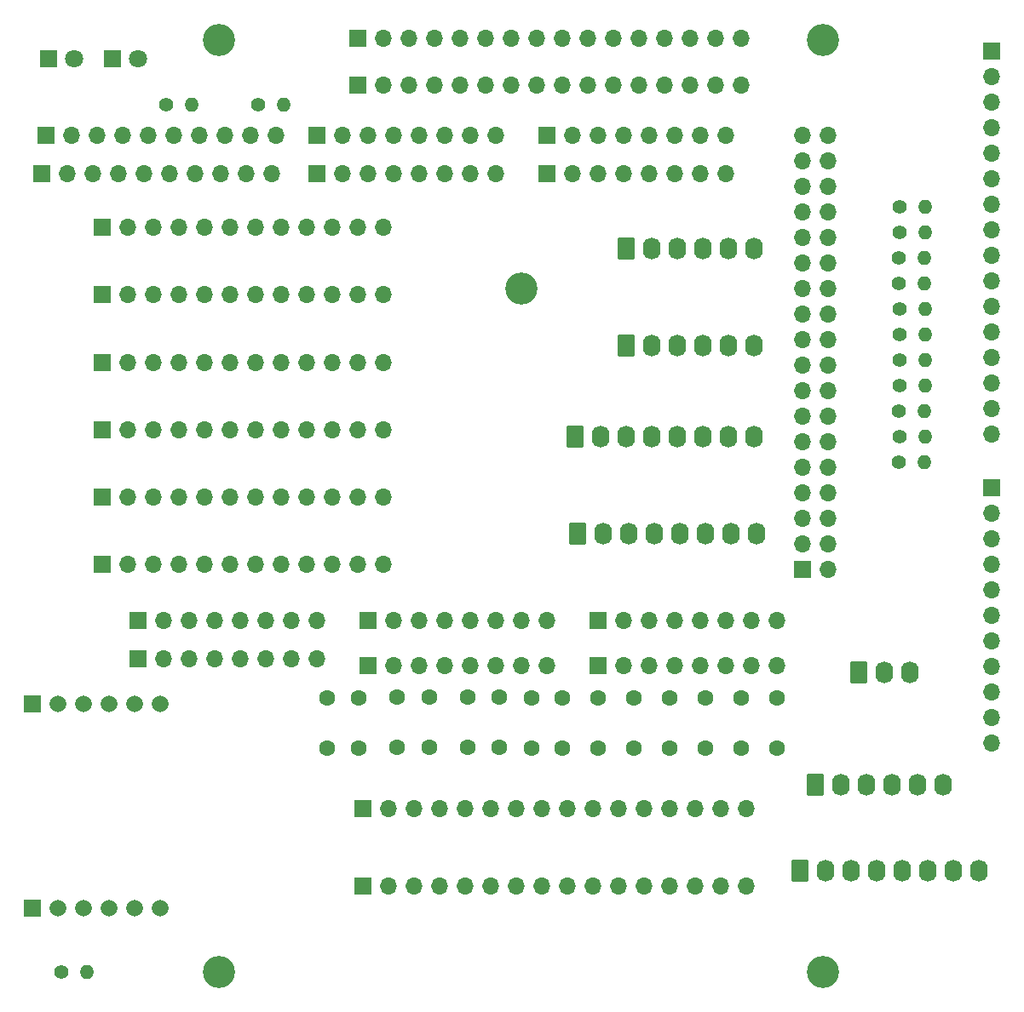
<source format=gbr>
%TF.GenerationSoftware,KiCad,Pcbnew,7.0.9*%
%TF.CreationDate,2023-12-17T07:56:42+10:00*%
%TF.ProjectId,Forward Console Input,466f7277-6172-4642-9043-6f6e736f6c65,rev?*%
%TF.SameCoordinates,Original*%
%TF.FileFunction,Soldermask,Bot*%
%TF.FilePolarity,Negative*%
%FSLAX46Y46*%
G04 Gerber Fmt 4.6, Leading zero omitted, Abs format (unit mm)*
G04 Created by KiCad (PCBNEW 7.0.9) date 2023-12-17 07:56:42*
%MOMM*%
%LPD*%
G01*
G04 APERTURE LIST*
G04 Aperture macros list*
%AMRoundRect*
0 Rectangle with rounded corners*
0 $1 Rounding radius*
0 $2 $3 $4 $5 $6 $7 $8 $9 X,Y pos of 4 corners*
0 Add a 4 corners polygon primitive as box body*
4,1,4,$2,$3,$4,$5,$6,$7,$8,$9,$2,$3,0*
0 Add four circle primitives for the rounded corners*
1,1,$1+$1,$2,$3*
1,1,$1+$1,$4,$5*
1,1,$1+$1,$6,$7*
1,1,$1+$1,$8,$9*
0 Add four rect primitives between the rounded corners*
20,1,$1+$1,$2,$3,$4,$5,0*
20,1,$1+$1,$4,$5,$6,$7,0*
20,1,$1+$1,$6,$7,$8,$9,0*
20,1,$1+$1,$8,$9,$2,$3,0*%
G04 Aperture macros list end*
%ADD10RoundRect,0.250000X-0.620000X-0.845000X0.620000X-0.845000X0.620000X0.845000X-0.620000X0.845000X0*%
%ADD11O,1.740000X2.190000*%
%ADD12R,1.700000X1.700000*%
%ADD13O,1.700000X1.700000*%
%ADD14C,1.400000*%
%ADD15O,1.400000X1.400000*%
%ADD16C,1.600000*%
%ADD17C,3.200000*%
%ADD18R,1.800000X1.800000*%
%ADD19C,1.800000*%
%ADD20R,1.665000X1.665000*%
%ADD21C,1.665000*%
G04 APERTURE END LIST*
D10*
%TO.C,J7*%
X193726000Y-122352000D03*
D11*
X196266000Y-122352000D03*
X198806000Y-122352000D03*
X201346000Y-122352000D03*
X203886000Y-122352000D03*
X206426000Y-122352000D03*
X208966000Y-122352000D03*
X211506000Y-122352000D03*
%TD*%
D12*
%TO.C,J29*%
X193980000Y-92380000D03*
D13*
X196520000Y-92380000D03*
X193980000Y-89840000D03*
X196520000Y-89840000D03*
X193980000Y-87300000D03*
X196520000Y-87300000D03*
X193980000Y-84760000D03*
X196520000Y-84760000D03*
X193980000Y-82220000D03*
X196520000Y-82220000D03*
X193980000Y-79680000D03*
X196520000Y-79680000D03*
X193980000Y-77140000D03*
X196520000Y-77140000D03*
X193980000Y-74600000D03*
X196520000Y-74600000D03*
X193980000Y-72060000D03*
X196520000Y-72060000D03*
X193980000Y-69520000D03*
X196520000Y-69520000D03*
X193980000Y-66980000D03*
X196520000Y-66980000D03*
X193980000Y-64440000D03*
X196520000Y-64440000D03*
X193980000Y-61900000D03*
X196520000Y-61900000D03*
X193980000Y-59360000D03*
X196520000Y-59360000D03*
X193980000Y-56820000D03*
X196520000Y-56820000D03*
X193980000Y-54280000D03*
X196520000Y-54280000D03*
X193980000Y-51740000D03*
X196520000Y-51740000D03*
X193980000Y-49200000D03*
X196520000Y-49200000D03*
%TD*%
D12*
%TO.C,J26*%
X127940000Y-97460000D03*
D13*
X130480000Y-97460000D03*
X133020000Y-97460000D03*
X135560000Y-97460000D03*
X138100000Y-97460000D03*
X140640000Y-97460000D03*
X143180000Y-97460000D03*
X145720000Y-97460000D03*
%TD*%
D12*
%TO.C,J27*%
X150800000Y-97460000D03*
D13*
X153340000Y-97460000D03*
X155880000Y-97460000D03*
X158420000Y-97460000D03*
X160960000Y-97460000D03*
X163500000Y-97460000D03*
X166040000Y-97460000D03*
X168580000Y-97460000D03*
%TD*%
D12*
%TO.C,J28*%
X173660000Y-97460000D03*
D13*
X176200000Y-97460000D03*
X178740000Y-97460000D03*
X181280000Y-97460000D03*
X183820000Y-97460000D03*
X186360000Y-97460000D03*
X188900000Y-97460000D03*
X191440000Y-97460000D03*
%TD*%
D12*
%TO.C,J30*%
X118796000Y-49200000D03*
D13*
X121336000Y-49200000D03*
X123876000Y-49200000D03*
X126416000Y-49200000D03*
X128956000Y-49200000D03*
X131496000Y-49200000D03*
X134036000Y-49200000D03*
X136576000Y-49200000D03*
X139116000Y-49200000D03*
X141656000Y-49200000D03*
%TD*%
D12*
%TO.C,J31*%
X145720000Y-49200000D03*
D13*
X148260000Y-49200000D03*
X150800000Y-49200000D03*
X153340000Y-49200000D03*
X155880000Y-49200000D03*
X158420000Y-49200000D03*
X160960000Y-49200000D03*
X163500000Y-49200000D03*
%TD*%
D12*
%TO.C,J32*%
X168580000Y-49200000D03*
D13*
X171120000Y-49200000D03*
X173660000Y-49200000D03*
X176200000Y-49200000D03*
X178740000Y-49200000D03*
X181280000Y-49200000D03*
X183820000Y-49200000D03*
X186360000Y-49200000D03*
%TD*%
D12*
%TO.C,J17*%
X124384000Y-85166400D03*
D13*
X126924000Y-85166400D03*
X129464000Y-85166400D03*
X132004000Y-85166400D03*
X134544000Y-85166400D03*
X137084000Y-85166400D03*
X139624000Y-85166400D03*
X142164000Y-85166400D03*
X144704000Y-85166400D03*
X147244000Y-85166400D03*
X149784000Y-85166400D03*
X152324000Y-85166400D03*
%TD*%
D14*
%TO.C,R5*%
X203632000Y-69012000D03*
D15*
X206172000Y-69012000D03*
%TD*%
D14*
%TO.C,R2*%
X130784000Y-46152000D03*
D15*
X133324000Y-46152000D03*
%TD*%
D10*
%TO.C,J8*%
X171374000Y-79172000D03*
D11*
X173914000Y-79172000D03*
X176454000Y-79172000D03*
X178994000Y-79172000D03*
X181534000Y-79172000D03*
X184074000Y-79172000D03*
X186614000Y-79172000D03*
X189154000Y-79172000D03*
%TD*%
D16*
%TO.C,C7*%
X184368000Y-110120000D03*
X184368000Y-105120000D03*
%TD*%
%TO.C,C14*%
X146736000Y-105120000D03*
X146736000Y-110120000D03*
%TD*%
D14*
%TO.C,R7*%
X203632000Y-66472000D03*
D15*
X206172000Y-66472000D03*
%TD*%
D12*
%TO.C,J1*%
X150292000Y-123876000D03*
D13*
X152832000Y-123876000D03*
X155372000Y-123876000D03*
X157912000Y-123876000D03*
X160452000Y-123876000D03*
X162992000Y-123876000D03*
X165532000Y-123876000D03*
X168072000Y-123876000D03*
X170612000Y-123876000D03*
X173152000Y-123876000D03*
X175692000Y-123876000D03*
X178232000Y-123876000D03*
X180772000Y-123876000D03*
X183312000Y-123876000D03*
X185852000Y-123876000D03*
X188392000Y-123876000D03*
%TD*%
D14*
%TO.C,R14*%
X120325000Y-132385000D03*
D15*
X122865000Y-132385000D03*
%TD*%
D12*
%TO.C,J24*%
X149784000Y-44198000D03*
D13*
X152324000Y-44198000D03*
X154864000Y-44198000D03*
X157404000Y-44198000D03*
X159944000Y-44198000D03*
X162484000Y-44198000D03*
X165024000Y-44198000D03*
X167564000Y-44198000D03*
X170104000Y-44198000D03*
X172644000Y-44198000D03*
X175184000Y-44198000D03*
X177724000Y-44198000D03*
X180264000Y-44198000D03*
X182804000Y-44198000D03*
X185344000Y-44198000D03*
X187884000Y-44198000D03*
%TD*%
D16*
%TO.C,C3*%
X191480000Y-105120000D03*
X191480000Y-110120000D03*
%TD*%
D12*
%TO.C,J12*%
X124384000Y-78460800D03*
D13*
X126924000Y-78460800D03*
X129464000Y-78460800D03*
X132004000Y-78460800D03*
X134544000Y-78460800D03*
X137084000Y-78460800D03*
X139624000Y-78460800D03*
X142164000Y-78460800D03*
X144704000Y-78460800D03*
X147244000Y-78460800D03*
X149784000Y-78460800D03*
X152324000Y-78460800D03*
%TD*%
D12*
%TO.C,J22*%
X173660000Y-101905000D03*
D13*
X176200000Y-101905000D03*
X178740000Y-101905000D03*
X181280000Y-101905000D03*
X183820000Y-101905000D03*
X186360000Y-101905000D03*
X188900000Y-101905000D03*
X191440000Y-101905000D03*
%TD*%
D12*
%TO.C,J10*%
X212776000Y-40818000D03*
D13*
X212776000Y-43358000D03*
X212776000Y-45898000D03*
X212776000Y-48438000D03*
X212776000Y-50978000D03*
X212776000Y-53518000D03*
X212776000Y-56058000D03*
X212776000Y-58598000D03*
X212776000Y-61138000D03*
X212776000Y-63678000D03*
X212776000Y-66218000D03*
X212776000Y-68758000D03*
X212776000Y-71298000D03*
X212776000Y-73838000D03*
X212776000Y-76378000D03*
X212776000Y-78918000D03*
%TD*%
D12*
%TO.C,J18*%
X124384000Y-91872000D03*
D13*
X126924000Y-91872000D03*
X129464000Y-91872000D03*
X132004000Y-91872000D03*
X134544000Y-91872000D03*
X137084000Y-91872000D03*
X139624000Y-91872000D03*
X142164000Y-91872000D03*
X144704000Y-91872000D03*
X147244000Y-91872000D03*
X149784000Y-91872000D03*
X152324000Y-91872000D03*
%TD*%
D10*
%TO.C,J9*%
X171628000Y-88824000D03*
D11*
X174168000Y-88824000D03*
X176708000Y-88824000D03*
X179248000Y-88824000D03*
X181788000Y-88824000D03*
X184328000Y-88824000D03*
X186868000Y-88824000D03*
X189408000Y-88824000D03*
%TD*%
D16*
%TO.C,C11*%
X177216000Y-105120000D03*
X177216000Y-110120000D03*
%TD*%
D17*
%TO.C,H2*%
X196020000Y-132385000D03*
%TD*%
D16*
%TO.C,C6*%
X160706000Y-105080000D03*
X160706000Y-110080000D03*
%TD*%
D12*
%TO.C,J13*%
X124384000Y-71755200D03*
D13*
X126924000Y-71755200D03*
X129464000Y-71755200D03*
X132004000Y-71755200D03*
X134544000Y-71755200D03*
X137084000Y-71755200D03*
X139624000Y-71755200D03*
X142164000Y-71755200D03*
X144704000Y-71755200D03*
X147244000Y-71755200D03*
X149784000Y-71755200D03*
X152324000Y-71755200D03*
%TD*%
D16*
%TO.C,C8*%
X156896000Y-105080000D03*
X156896000Y-110080000D03*
%TD*%
D14*
%TO.C,R10*%
X203582000Y-61392000D03*
D15*
X206122000Y-61392000D03*
%TD*%
D16*
%TO.C,C2*%
X167056000Y-105120000D03*
X167056000Y-110120000D03*
%TD*%
D10*
%TO.C,J6*%
X199568000Y-102560000D03*
D11*
X202108000Y-102560000D03*
X204648000Y-102560000D03*
%TD*%
D12*
%TO.C,J25*%
X127940000Y-101270000D03*
D13*
X130480000Y-101270000D03*
X133020000Y-101270000D03*
X135560000Y-101270000D03*
X138100000Y-101270000D03*
X140640000Y-101270000D03*
X143180000Y-101270000D03*
X145720000Y-101270000D03*
%TD*%
D16*
%TO.C,C1*%
X170104000Y-105120000D03*
X170104000Y-110120000D03*
%TD*%
D14*
%TO.C,R8*%
X203632000Y-56312000D03*
D15*
X206172000Y-56312000D03*
%TD*%
D14*
%TO.C,R11*%
X203582000Y-81712000D03*
D15*
X206122000Y-81712000D03*
%TD*%
D16*
%TO.C,C5*%
X187924000Y-105120000D03*
X187924000Y-110120000D03*
%TD*%
%TO.C,C9*%
X180772000Y-105120000D03*
X180772000Y-110120000D03*
%TD*%
D10*
%TO.C,J4*%
X176454000Y-70048000D03*
D11*
X178994000Y-70048000D03*
X181534000Y-70048000D03*
X184074000Y-70048000D03*
X186614000Y-70048000D03*
X189154000Y-70048000D03*
%TD*%
D16*
%TO.C,C12*%
X149911000Y-105120000D03*
X149911000Y-110120000D03*
%TD*%
D14*
%TO.C,R3*%
X203632000Y-58852000D03*
D15*
X206172000Y-58852000D03*
%TD*%
D17*
%TO.C,H3*%
X196020000Y-39675000D03*
%TD*%
D12*
%TO.C,J16*%
X168580000Y-53010000D03*
D13*
X171120000Y-53010000D03*
X173660000Y-53010000D03*
X176200000Y-53010000D03*
X178740000Y-53010000D03*
X181280000Y-53010000D03*
X183820000Y-53010000D03*
X186360000Y-53010000D03*
%TD*%
D16*
%TO.C,C4*%
X163881000Y-105080000D03*
X163881000Y-110080000D03*
%TD*%
D10*
%TO.C,J2*%
X195250000Y-113736000D03*
D11*
X197790000Y-113736000D03*
X200330000Y-113736000D03*
X202870000Y-113736000D03*
X205410000Y-113736000D03*
X207950000Y-113736000D03*
%TD*%
D14*
%TO.C,R4*%
X203582000Y-63932000D03*
D15*
X206122000Y-63932000D03*
%TD*%
D12*
%TO.C,J15*%
X145720000Y-53010000D03*
D13*
X148260000Y-53010000D03*
X150800000Y-53010000D03*
X153340000Y-53010000D03*
X155880000Y-53010000D03*
X158420000Y-53010000D03*
X160960000Y-53010000D03*
X163500000Y-53010000D03*
%TD*%
D12*
%TO.C,J21*%
X150800000Y-101905000D03*
D13*
X153340000Y-101905000D03*
X155880000Y-101905000D03*
X158420000Y-101905000D03*
X160960000Y-101905000D03*
X163500000Y-101905000D03*
X166040000Y-101905000D03*
X168580000Y-101905000D03*
%TD*%
D10*
%TO.C,J3*%
X176454000Y-60396000D03*
D11*
X178994000Y-60396000D03*
X181534000Y-60396000D03*
X184074000Y-60396000D03*
X186614000Y-60396000D03*
X189154000Y-60396000D03*
%TD*%
D16*
%TO.C,C13*%
X173660000Y-105120000D03*
X173660000Y-110120000D03*
%TD*%
D14*
%TO.C,R9*%
X203632000Y-74092000D03*
D15*
X206172000Y-74092000D03*
%TD*%
D14*
%TO.C,R6*%
X203632000Y-71552000D03*
D15*
X206172000Y-71552000D03*
%TD*%
D18*
%TO.C,D1*%
X125395000Y-41580000D03*
D19*
X127935000Y-41580000D03*
%TD*%
D12*
%TO.C,J19*%
X124384000Y-58344000D03*
D13*
X126924000Y-58344000D03*
X129464000Y-58344000D03*
X132004000Y-58344000D03*
X134544000Y-58344000D03*
X137084000Y-58344000D03*
X139624000Y-58344000D03*
X142164000Y-58344000D03*
X144704000Y-58344000D03*
X147244000Y-58344000D03*
X149784000Y-58344000D03*
X152324000Y-58344000D03*
%TD*%
D14*
%TO.C,R12*%
X203632000Y-79172000D03*
D15*
X206172000Y-79172000D03*
%TD*%
D14*
%TO.C,R1*%
X139928000Y-46152000D03*
D15*
X142468000Y-46152000D03*
%TD*%
D12*
%TO.C,J11*%
X212776000Y-84252000D03*
D13*
X212776000Y-86792000D03*
X212776000Y-89332000D03*
X212776000Y-91872000D03*
X212776000Y-94412000D03*
X212776000Y-96952000D03*
X212776000Y-99492000D03*
X212776000Y-102032000D03*
X212776000Y-104572000D03*
X212776000Y-107112000D03*
X212776000Y-109652000D03*
%TD*%
D12*
%TO.C,J20*%
X124384000Y-65049600D03*
D13*
X126924000Y-65049600D03*
X129464000Y-65049600D03*
X132004000Y-65049600D03*
X134544000Y-65049600D03*
X137084000Y-65049600D03*
X139624000Y-65049600D03*
X142164000Y-65049600D03*
X144704000Y-65049600D03*
X147244000Y-65049600D03*
X149784000Y-65049600D03*
X152324000Y-65049600D03*
%TD*%
D12*
%TO.C,J5*%
X150292000Y-116178000D03*
D13*
X152832000Y-116178000D03*
X155372000Y-116178000D03*
X157912000Y-116178000D03*
X160452000Y-116178000D03*
X162992000Y-116178000D03*
X165532000Y-116178000D03*
X168072000Y-116178000D03*
X170612000Y-116178000D03*
X173152000Y-116178000D03*
X175692000Y-116178000D03*
X178232000Y-116178000D03*
X180772000Y-116178000D03*
X183312000Y-116178000D03*
X185852000Y-116178000D03*
X188392000Y-116178000D03*
%TD*%
D17*
%TO.C,MH1*%
X166040000Y-64440000D03*
%TD*%
D20*
%TO.C,U1*%
X117495000Y-126035000D03*
D21*
X120035000Y-126035000D03*
X122575000Y-126035000D03*
X125115000Y-126035000D03*
X127655000Y-126035000D03*
X130195000Y-126035000D03*
D20*
X117495000Y-105715000D03*
D21*
X120035000Y-105715000D03*
X122575000Y-105715000D03*
X125115000Y-105715000D03*
X127655000Y-105715000D03*
X130195000Y-105715000D03*
%TD*%
D12*
%TO.C,J14*%
X118415000Y-53010000D03*
D13*
X120955000Y-53010000D03*
X123495000Y-53010000D03*
X126035000Y-53010000D03*
X128575000Y-53010000D03*
X131115000Y-53010000D03*
X133655000Y-53010000D03*
X136195000Y-53010000D03*
X138735000Y-53010000D03*
X141275000Y-53010000D03*
%TD*%
D17*
%TO.C,H1*%
X136020000Y-132385000D03*
%TD*%
D16*
%TO.C,C10*%
X153721000Y-105080000D03*
X153721000Y-110080000D03*
%TD*%
D12*
%TO.C,J23*%
X149784000Y-39548000D03*
D13*
X152324000Y-39548000D03*
X154864000Y-39548000D03*
X157404000Y-39548000D03*
X159944000Y-39548000D03*
X162484000Y-39548000D03*
X165024000Y-39548000D03*
X167564000Y-39548000D03*
X170104000Y-39548000D03*
X172644000Y-39548000D03*
X175184000Y-39548000D03*
X177724000Y-39548000D03*
X180264000Y-39548000D03*
X182804000Y-39548000D03*
X185344000Y-39548000D03*
X187884000Y-39548000D03*
%TD*%
D18*
%TO.C,D2*%
X119045000Y-41580000D03*
D19*
X121585000Y-41580000D03*
%TD*%
D17*
%TO.C,H4*%
X136020000Y-39675000D03*
%TD*%
D14*
%TO.C,R13*%
X203582000Y-76632000D03*
D15*
X206122000Y-76632000D03*
%TD*%
M02*

</source>
